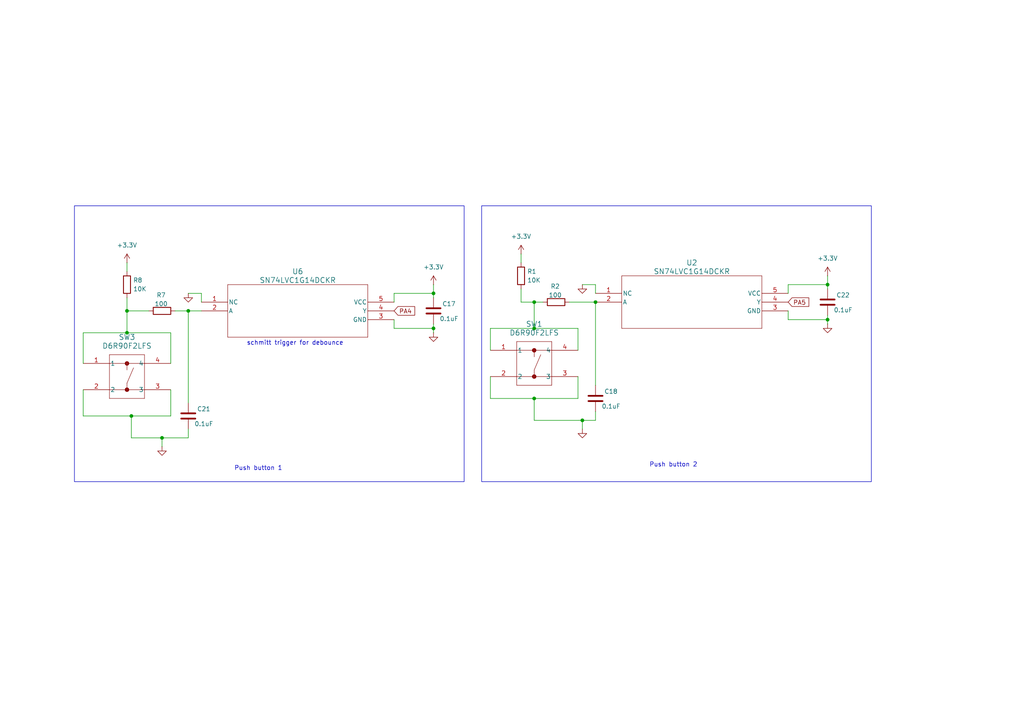
<source format=kicad_sch>
(kicad_sch
	(version 20231120)
	(generator "eeschema")
	(generator_version "8.0")
	(uuid "334d0923-d57d-458e-a703-051822d3c620")
	(paper "A4")
	(lib_symbols
		(symbol "D6R90 F2 LFS:D6R90F2LFS"
			(pin_names
				(offset 0.254)
			)
			(exclude_from_sim no)
			(in_bom yes)
			(on_board yes)
			(property "Reference" "SW"
				(at 13.335 7.62 0)
				(effects
					(font
						(size 1.524 1.524)
					)
				)
			)
			(property "Value" "D6R90F2LFS"
				(at 20.32 5.08 0)
				(effects
					(font
						(size 1.524 1.524)
					)
				)
			)
			(property "Footprint" "D6R90_CNK"
				(at 0 0 0)
				(effects
					(font
						(size 1.27 1.27)
						(italic yes)
					)
					(hide yes)
				)
			)
			(property "Datasheet" "D6R90F2LFS"
				(at 0 0 0)
				(effects
					(font
						(size 1.27 1.27)
						(italic yes)
					)
					(hide yes)
				)
			)
			(property "Description" ""
				(at 0 0 0)
				(effects
					(font
						(size 1.27 1.27)
					)
					(hide yes)
				)
			)
			(property "ki_locked" ""
				(at 0 0 0)
				(effects
					(font
						(size 1.27 1.27)
					)
				)
			)
			(property "ki_keywords" "D6R90F2LFS"
				(at 0 0 0)
				(effects
					(font
						(size 1.27 1.27)
					)
					(hide yes)
				)
			)
			(property "ki_fp_filters" "D6R90_CNK"
				(at 0 0 0)
				(effects
					(font
						(size 1.27 1.27)
					)
					(hide yes)
				)
			)
			(symbol "D6R90F2LFS_0_1"
				(polyline
					(pts
						(xy 7.62 -10.16) (xy 17.78 -10.16)
					)
					(stroke
						(width 0.127)
						(type default)
					)
					(fill
						(type none)
					)
				)
				(polyline
					(pts
						(xy 7.62 -7.62) (xy 17.78 -7.62)
					)
					(stroke
						(width 0.127)
						(type default)
					)
					(fill
						(type none)
					)
				)
				(polyline
					(pts
						(xy 7.62 0) (xy 17.78 0)
					)
					(stroke
						(width 0.127)
						(type default)
					)
					(fill
						(type none)
					)
				)
				(polyline
					(pts
						(xy 7.62 2.54) (xy 7.62 -10.16)
					)
					(stroke
						(width 0.127)
						(type default)
					)
					(fill
						(type none)
					)
				)
				(polyline
					(pts
						(xy 12.7 -7.62) (xy 12.7 -5.715)
					)
					(stroke
						(width 0.127)
						(type default)
					)
					(fill
						(type none)
					)
				)
				(polyline
					(pts
						(xy 12.7 -5.715) (xy 14.605 -1.27)
					)
					(stroke
						(width 0.127)
						(type default)
					)
					(fill
						(type none)
					)
				)
				(polyline
					(pts
						(xy 12.7 0) (xy 12.7 -1.905)
					)
					(stroke
						(width 0.127)
						(type default)
					)
					(fill
						(type none)
					)
				)
				(polyline
					(pts
						(xy 17.78 -10.16) (xy 17.78 2.54)
					)
					(stroke
						(width 0.127)
						(type default)
					)
					(fill
						(type none)
					)
				)
				(polyline
					(pts
						(xy 17.78 2.54) (xy 7.62 2.54)
					)
					(stroke
						(width 0.127)
						(type default)
					)
					(fill
						(type none)
					)
				)
				(circle
					(center 12.7 -7.62)
					(radius 0.127)
					(stroke
						(width 0.508)
						(type default)
					)
					(fill
						(type none)
					)
				)
				(circle
					(center 12.7 0)
					(radius 0.127)
					(stroke
						(width 0.508)
						(type default)
					)
					(fill
						(type none)
					)
				)
				(pin unspecified line
					(at 0 0 0)
					(length 7.62)
					(name "1"
						(effects
							(font
								(size 1.27 1.27)
							)
						)
					)
					(number "1"
						(effects
							(font
								(size 1.27 1.27)
							)
						)
					)
				)
				(pin unspecified line
					(at 0 -7.62 0)
					(length 7.62)
					(name "2"
						(effects
							(font
								(size 1.27 1.27)
							)
						)
					)
					(number "2"
						(effects
							(font
								(size 1.27 1.27)
							)
						)
					)
				)
				(pin unspecified line
					(at 25.4 -7.62 180)
					(length 7.62)
					(name "3"
						(effects
							(font
								(size 1.27 1.27)
							)
						)
					)
					(number "3"
						(effects
							(font
								(size 1.27 1.27)
							)
						)
					)
				)
				(pin unspecified line
					(at 25.4 0 180)
					(length 7.62)
					(name "4"
						(effects
							(font
								(size 1.27 1.27)
							)
						)
					)
					(number "4"
						(effects
							(font
								(size 1.27 1.27)
							)
						)
					)
				)
			)
		)
		(symbol "Device:C"
			(pin_numbers hide)
			(pin_names
				(offset 0.254)
			)
			(exclude_from_sim no)
			(in_bom yes)
			(on_board yes)
			(property "Reference" "C"
				(at 0.635 2.54 0)
				(effects
					(font
						(size 1.27 1.27)
					)
					(justify left)
				)
			)
			(property "Value" "C"
				(at 0.635 -2.54 0)
				(effects
					(font
						(size 1.27 1.27)
					)
					(justify left)
				)
			)
			(property "Footprint" ""
				(at 0.9652 -3.81 0)
				(effects
					(font
						(size 1.27 1.27)
					)
					(hide yes)
				)
			)
			(property "Datasheet" "~"
				(at 0 0 0)
				(effects
					(font
						(size 1.27 1.27)
					)
					(hide yes)
				)
			)
			(property "Description" "Unpolarized capacitor"
				(at 0 0 0)
				(effects
					(font
						(size 1.27 1.27)
					)
					(hide yes)
				)
			)
			(property "ki_keywords" "cap capacitor"
				(at 0 0 0)
				(effects
					(font
						(size 1.27 1.27)
					)
					(hide yes)
				)
			)
			(property "ki_fp_filters" "C_*"
				(at 0 0 0)
				(effects
					(font
						(size 1.27 1.27)
					)
					(hide yes)
				)
			)
			(symbol "C_0_1"
				(polyline
					(pts
						(xy -2.032 -0.762) (xy 2.032 -0.762)
					)
					(stroke
						(width 0.508)
						(type default)
					)
					(fill
						(type none)
					)
				)
				(polyline
					(pts
						(xy -2.032 0.762) (xy 2.032 0.762)
					)
					(stroke
						(width 0.508)
						(type default)
					)
					(fill
						(type none)
					)
				)
			)
			(symbol "C_1_1"
				(pin passive line
					(at 0 3.81 270)
					(length 2.794)
					(name "~"
						(effects
							(font
								(size 1.27 1.27)
							)
						)
					)
					(number "1"
						(effects
							(font
								(size 1.27 1.27)
							)
						)
					)
				)
				(pin passive line
					(at 0 -3.81 90)
					(length 2.794)
					(name "~"
						(effects
							(font
								(size 1.27 1.27)
							)
						)
					)
					(number "2"
						(effects
							(font
								(size 1.27 1.27)
							)
						)
					)
				)
			)
		)
		(symbol "Device:R"
			(pin_numbers hide)
			(pin_names
				(offset 0)
			)
			(exclude_from_sim no)
			(in_bom yes)
			(on_board yes)
			(property "Reference" "R"
				(at 2.032 0 90)
				(effects
					(font
						(size 1.27 1.27)
					)
				)
			)
			(property "Value" "R"
				(at 0 0 90)
				(effects
					(font
						(size 1.27 1.27)
					)
				)
			)
			(property "Footprint" ""
				(at -1.778 0 90)
				(effects
					(font
						(size 1.27 1.27)
					)
					(hide yes)
				)
			)
			(property "Datasheet" "~"
				(at 0 0 0)
				(effects
					(font
						(size 1.27 1.27)
					)
					(hide yes)
				)
			)
			(property "Description" "Resistor"
				(at 0 0 0)
				(effects
					(font
						(size 1.27 1.27)
					)
					(hide yes)
				)
			)
			(property "ki_keywords" "R res resistor"
				(at 0 0 0)
				(effects
					(font
						(size 1.27 1.27)
					)
					(hide yes)
				)
			)
			(property "ki_fp_filters" "R_*"
				(at 0 0 0)
				(effects
					(font
						(size 1.27 1.27)
					)
					(hide yes)
				)
			)
			(symbol "R_0_1"
				(rectangle
					(start -1.016 -2.54)
					(end 1.016 2.54)
					(stroke
						(width 0.254)
						(type default)
					)
					(fill
						(type none)
					)
				)
			)
			(symbol "R_1_1"
				(pin passive line
					(at 0 3.81 270)
					(length 1.27)
					(name "~"
						(effects
							(font
								(size 1.27 1.27)
							)
						)
					)
					(number "1"
						(effects
							(font
								(size 1.27 1.27)
							)
						)
					)
				)
				(pin passive line
					(at 0 -3.81 90)
					(length 1.27)
					(name "~"
						(effects
							(font
								(size 1.27 1.27)
							)
						)
					)
					(number "2"
						(effects
							(font
								(size 1.27 1.27)
							)
						)
					)
				)
			)
		)
		(symbol "SN74LVC1G14DCKR:SN74LVC1G14DCKR"
			(pin_names
				(offset 0.254)
			)
			(exclude_from_sim no)
			(in_bom yes)
			(on_board yes)
			(property "Reference" "U"
				(at 27.94 10.16 0)
				(effects
					(font
						(size 1.524 1.524)
					)
				)
			)
			(property "Value" "SN74LVC1G14DCKR"
				(at 27.94 7.62 0)
				(effects
					(font
						(size 1.524 1.524)
					)
				)
			)
			(property "Footprint" "DCK5"
				(at 0 0 0)
				(effects
					(font
						(size 1.27 1.27)
						(italic yes)
					)
					(hide yes)
				)
			)
			(property "Datasheet" "SN74LVC1G14DCKR"
				(at 0 0 0)
				(effects
					(font
						(size 1.27 1.27)
						(italic yes)
					)
					(hide yes)
				)
			)
			(property "Description" ""
				(at 0 0 0)
				(effects
					(font
						(size 1.27 1.27)
					)
					(hide yes)
				)
			)
			(property "ki_locked" ""
				(at 0 0 0)
				(effects
					(font
						(size 1.27 1.27)
					)
				)
			)
			(property "ki_keywords" "SN74LVC1G14DCKR"
				(at 0 0 0)
				(effects
					(font
						(size 1.27 1.27)
					)
					(hide yes)
				)
			)
			(property "ki_fp_filters" "DCK5 DCK5-M DCK5-L"
				(at 0 0 0)
				(effects
					(font
						(size 1.27 1.27)
					)
					(hide yes)
				)
			)
			(symbol "SN74LVC1G14DCKR_0_1"
				(polyline
					(pts
						(xy 7.62 -10.16) (xy 48.26 -10.16)
					)
					(stroke
						(width 0.127)
						(type default)
					)
					(fill
						(type none)
					)
				)
				(polyline
					(pts
						(xy 7.62 5.08) (xy 7.62 -10.16)
					)
					(stroke
						(width 0.127)
						(type default)
					)
					(fill
						(type none)
					)
				)
				(polyline
					(pts
						(xy 48.26 -10.16) (xy 48.26 5.08)
					)
					(stroke
						(width 0.127)
						(type default)
					)
					(fill
						(type none)
					)
				)
				(polyline
					(pts
						(xy 48.26 5.08) (xy 7.62 5.08)
					)
					(stroke
						(width 0.127)
						(type default)
					)
					(fill
						(type none)
					)
				)
				(pin unspecified line
					(at 0 0 0)
					(length 7.62)
					(name "NC"
						(effects
							(font
								(size 1.27 1.27)
							)
						)
					)
					(number "1"
						(effects
							(font
								(size 1.27 1.27)
							)
						)
					)
				)
				(pin input line
					(at 0 -2.54 0)
					(length 7.62)
					(name "A"
						(effects
							(font
								(size 1.27 1.27)
							)
						)
					)
					(number "2"
						(effects
							(font
								(size 1.27 1.27)
							)
						)
					)
				)
				(pin power_in line
					(at 55.88 -5.08 180)
					(length 7.62)
					(name "GND"
						(effects
							(font
								(size 1.27 1.27)
							)
						)
					)
					(number "3"
						(effects
							(font
								(size 1.27 1.27)
							)
						)
					)
				)
				(pin output line
					(at 55.88 -2.54 180)
					(length 7.62)
					(name "Y"
						(effects
							(font
								(size 1.27 1.27)
							)
						)
					)
					(number "4"
						(effects
							(font
								(size 1.27 1.27)
							)
						)
					)
				)
				(pin power_in line
					(at 55.88 0 180)
					(length 7.62)
					(name "VCC"
						(effects
							(font
								(size 1.27 1.27)
							)
						)
					)
					(number "5"
						(effects
							(font
								(size 1.27 1.27)
							)
						)
					)
				)
			)
		)
		(symbol "power:+3.3V"
			(power)
			(pin_numbers hide)
			(pin_names
				(offset 0) hide)
			(exclude_from_sim no)
			(in_bom yes)
			(on_board yes)
			(property "Reference" "#PWR"
				(at 0 -3.81 0)
				(effects
					(font
						(size 1.27 1.27)
					)
					(hide yes)
				)
			)
			(property "Value" "+3.3V"
				(at 0 3.556 0)
				(effects
					(font
						(size 1.27 1.27)
					)
				)
			)
			(property "Footprint" ""
				(at 0 0 0)
				(effects
					(font
						(size 1.27 1.27)
					)
					(hide yes)
				)
			)
			(property "Datasheet" ""
				(at 0 0 0)
				(effects
					(font
						(size 1.27 1.27)
					)
					(hide yes)
				)
			)
			(property "Description" "Power symbol creates a global label with name \"+3.3V\""
				(at 0 0 0)
				(effects
					(font
						(size 1.27 1.27)
					)
					(hide yes)
				)
			)
			(property "ki_keywords" "global power"
				(at 0 0 0)
				(effects
					(font
						(size 1.27 1.27)
					)
					(hide yes)
				)
			)
			(symbol "+3.3V_0_1"
				(polyline
					(pts
						(xy -0.762 1.27) (xy 0 2.54)
					)
					(stroke
						(width 0)
						(type default)
					)
					(fill
						(type none)
					)
				)
				(polyline
					(pts
						(xy 0 0) (xy 0 2.54)
					)
					(stroke
						(width 0)
						(type default)
					)
					(fill
						(type none)
					)
				)
				(polyline
					(pts
						(xy 0 2.54) (xy 0.762 1.27)
					)
					(stroke
						(width 0)
						(type default)
					)
					(fill
						(type none)
					)
				)
			)
			(symbol "+3.3V_1_1"
				(pin power_in line
					(at 0 0 90)
					(length 0)
					(name "~"
						(effects
							(font
								(size 1.27 1.27)
							)
						)
					)
					(number "1"
						(effects
							(font
								(size 1.27 1.27)
							)
						)
					)
				)
			)
		)
		(symbol "power:GND"
			(power)
			(pin_numbers hide)
			(pin_names
				(offset 0) hide)
			(exclude_from_sim no)
			(in_bom yes)
			(on_board yes)
			(property "Reference" "#PWR"
				(at 0 -6.35 0)
				(effects
					(font
						(size 1.27 1.27)
					)
					(hide yes)
				)
			)
			(property "Value" "GND"
				(at 0 -3.81 0)
				(effects
					(font
						(size 1.27 1.27)
					)
				)
			)
			(property "Footprint" ""
				(at 0 0 0)
				(effects
					(font
						(size 1.27 1.27)
					)
					(hide yes)
				)
			)
			(property "Datasheet" ""
				(at 0 0 0)
				(effects
					(font
						(size 1.27 1.27)
					)
					(hide yes)
				)
			)
			(property "Description" "Power symbol creates a global label with name \"GND\" , ground"
				(at 0 0 0)
				(effects
					(font
						(size 1.27 1.27)
					)
					(hide yes)
				)
			)
			(property "ki_keywords" "global power"
				(at 0 0 0)
				(effects
					(font
						(size 1.27 1.27)
					)
					(hide yes)
				)
			)
			(symbol "GND_0_1"
				(polyline
					(pts
						(xy 0 0) (xy 0 -1.27) (xy 1.27 -1.27) (xy 0 -2.54) (xy -1.27 -1.27) (xy 0 -1.27)
					)
					(stroke
						(width 0)
						(type default)
					)
					(fill
						(type none)
					)
				)
			)
			(symbol "GND_1_1"
				(pin power_in line
					(at 0 0 270)
					(length 0)
					(name "~"
						(effects
							(font
								(size 1.27 1.27)
							)
						)
					)
					(number "1"
						(effects
							(font
								(size 1.27 1.27)
							)
						)
					)
				)
			)
		)
	)
	(junction
		(at 154.94 115.57)
		(diameter 0)
		(color 0 0 0 0)
		(uuid "0693b19f-04ed-45b8-9bb4-75b2a3f49fad")
	)
	(junction
		(at 38.1 120.65)
		(diameter 0)
		(color 0 0 0 0)
		(uuid "21ff2cf6-20bd-4e81-8841-fc464b7cb540")
	)
	(junction
		(at 154.94 95.25)
		(diameter 0)
		(color 0 0 0 0)
		(uuid "22b27483-5017-452d-9f10-c317804ffe7f")
	)
	(junction
		(at 240.03 92.71)
		(diameter 0)
		(color 0 0 0 0)
		(uuid "43f8b1c3-3c2b-4866-b15f-0625025c73ca")
	)
	(junction
		(at 240.03 82.55)
		(diameter 0)
		(color 0 0 0 0)
		(uuid "5831656e-dcb6-4091-a934-2a9af9ebf1d7")
	)
	(junction
		(at 125.73 85.09)
		(diameter 0)
		(color 0 0 0 0)
		(uuid "5fe03ea7-8e8d-4af3-850f-26e263acabad")
	)
	(junction
		(at 172.72 87.63)
		(diameter 0)
		(color 0 0 0 0)
		(uuid "63a265ce-2e29-4162-8efb-e581c2f6b607")
	)
	(junction
		(at 36.83 96.52)
		(diameter 0)
		(color 0 0 0 0)
		(uuid "83997022-9f80-4516-b7f7-8745cbf93bf2")
	)
	(junction
		(at 46.99 127)
		(diameter 0)
		(color 0 0 0 0)
		(uuid "8ad99fe0-6067-4f2c-bb9c-5dcedcfb42e1")
	)
	(junction
		(at 168.91 121.92)
		(diameter 0)
		(color 0 0 0 0)
		(uuid "c464eb04-92b9-48e4-99a1-0ba004db801d")
	)
	(junction
		(at 125.73 95.25)
		(diameter 0)
		(color 0 0 0 0)
		(uuid "df6c7439-e99f-4c4a-901b-b3e3d6db90cb")
	)
	(junction
		(at 154.94 87.63)
		(diameter 0)
		(color 0 0 0 0)
		(uuid "dfc3e7ea-b95c-4d8d-926f-ba3a2084bd38")
	)
	(junction
		(at 36.83 90.17)
		(diameter 0)
		(color 0 0 0 0)
		(uuid "eabd5b20-8bb3-4d3e-a422-42fbb0d53e0c")
	)
	(junction
		(at 54.61 90.17)
		(diameter 0)
		(color 0 0 0 0)
		(uuid "ef829306-a47d-496b-b53a-f95148b01356")
	)
	(wire
		(pts
			(xy 36.83 96.52) (xy 49.53 96.52)
		)
		(stroke
			(width 0)
			(type default)
		)
		(uuid "0d49e958-5581-40cd-a83e-08ebc8235864")
	)
	(wire
		(pts
			(xy 125.73 93.98) (xy 125.73 95.25)
		)
		(stroke
			(width 0)
			(type default)
		)
		(uuid "10a61d92-520e-4553-9b7d-9625e3d11c11")
	)
	(wire
		(pts
			(xy 240.03 91.44) (xy 240.03 92.71)
		)
		(stroke
			(width 0)
			(type default)
		)
		(uuid "13040994-429d-4c34-88cb-5c266357da35")
	)
	(wire
		(pts
			(xy 125.73 85.09) (xy 125.73 82.55)
		)
		(stroke
			(width 0)
			(type default)
		)
		(uuid "17c6fcef-da8e-43b3-a514-4ff96d07815b")
	)
	(wire
		(pts
			(xy 24.13 96.52) (xy 36.83 96.52)
		)
		(stroke
			(width 0)
			(type default)
		)
		(uuid "2176572f-f5b4-4226-9544-b6ba196db2a6")
	)
	(wire
		(pts
			(xy 46.99 127) (xy 46.99 129.54)
		)
		(stroke
			(width 0)
			(type default)
		)
		(uuid "22b42dd3-778b-4781-b376-f5ea9fee93a4")
	)
	(wire
		(pts
			(xy 54.61 124.46) (xy 54.61 127)
		)
		(stroke
			(width 0)
			(type default)
		)
		(uuid "237ad60b-1ca4-464d-bdb5-2e8f619365d3")
	)
	(wire
		(pts
			(xy 167.64 95.25) (xy 154.94 95.25)
		)
		(stroke
			(width 0)
			(type default)
		)
		(uuid "287ea05f-d619-41a8-bf6b-80c5f798f753")
	)
	(wire
		(pts
			(xy 142.24 115.57) (xy 154.94 115.57)
		)
		(stroke
			(width 0)
			(type default)
		)
		(uuid "333af889-561c-42f4-bf12-42dbdb30fdb4")
	)
	(wire
		(pts
			(xy 172.72 87.63) (xy 172.72 111.76)
		)
		(stroke
			(width 0)
			(type default)
		)
		(uuid "42ecab97-dc9e-452b-ac6e-4dfa1e0c5270")
	)
	(wire
		(pts
			(xy 168.91 121.92) (xy 172.72 121.92)
		)
		(stroke
			(width 0)
			(type default)
		)
		(uuid "43e0d057-ed4d-4efc-b0d6-7cae56bdd2a5")
	)
	(wire
		(pts
			(xy 54.61 85.09) (xy 58.42 85.09)
		)
		(stroke
			(width 0)
			(type default)
		)
		(uuid "494943a5-f2dc-4771-b1f4-2098d77d8703")
	)
	(wire
		(pts
			(xy 36.83 90.17) (xy 36.83 96.52)
		)
		(stroke
			(width 0)
			(type default)
		)
		(uuid "553a24e5-6da1-4caf-a0e2-2791a346197e")
	)
	(wire
		(pts
			(xy 58.42 87.63) (xy 58.42 85.09)
		)
		(stroke
			(width 0)
			(type default)
		)
		(uuid "55f93911-f85e-48be-8459-c496026a244b")
	)
	(wire
		(pts
			(xy 154.94 115.57) (xy 154.94 121.92)
		)
		(stroke
			(width 0)
			(type default)
		)
		(uuid "5711a637-3611-4f78-994f-7c785e494e75")
	)
	(wire
		(pts
			(xy 36.83 90.17) (xy 43.18 90.17)
		)
		(stroke
			(width 0)
			(type default)
		)
		(uuid "59d11a7c-045d-46fe-83c6-3e22bd7e8a8d")
	)
	(wire
		(pts
			(xy 151.13 73.66) (xy 151.13 76.2)
		)
		(stroke
			(width 0)
			(type default)
		)
		(uuid "5dcfb888-8e61-4b27-b9c0-c395d49a0ec9")
	)
	(wire
		(pts
			(xy 168.91 82.55) (xy 172.72 82.55)
		)
		(stroke
			(width 0)
			(type default)
		)
		(uuid "629e07c4-aa71-4d09-ad7a-2cdf98ff6540")
	)
	(wire
		(pts
			(xy 38.1 120.65) (xy 49.53 120.65)
		)
		(stroke
			(width 0)
			(type default)
		)
		(uuid "62cd5b9f-27c7-4612-a939-f562dd210419")
	)
	(wire
		(pts
			(xy 151.13 83.82) (xy 151.13 87.63)
		)
		(stroke
			(width 0)
			(type default)
		)
		(uuid "64fbb571-46a1-45dd-ae64-1611ba4036e8")
	)
	(wire
		(pts
			(xy 168.91 121.92) (xy 168.91 124.46)
		)
		(stroke
			(width 0)
			(type default)
		)
		(uuid "65dfa74a-9151-4aca-af4a-c6c1ce2ee472")
	)
	(wire
		(pts
			(xy 154.94 87.63) (xy 154.94 95.25)
		)
		(stroke
			(width 0)
			(type default)
		)
		(uuid "6b354da5-f2e3-4afc-a17f-300e9feb94b8")
	)
	(wire
		(pts
			(xy 114.3 95.25) (xy 125.73 95.25)
		)
		(stroke
			(width 0)
			(type default)
		)
		(uuid "6ea2afb0-5a74-4e1b-9a4a-5500006819fc")
	)
	(wire
		(pts
			(xy 24.13 105.41) (xy 24.13 96.52)
		)
		(stroke
			(width 0)
			(type default)
		)
		(uuid "71d5e4bd-11a3-4789-a3c9-ef77dc5d76fb")
	)
	(wire
		(pts
			(xy 228.6 82.55) (xy 228.6 85.09)
		)
		(stroke
			(width 0)
			(type default)
		)
		(uuid "75e56b10-e25d-4303-809f-1f0d2bf20429")
	)
	(wire
		(pts
			(xy 114.3 92.71) (xy 114.3 95.25)
		)
		(stroke
			(width 0)
			(type default)
		)
		(uuid "7e948995-4388-40ad-acc4-a398e299fbab")
	)
	(wire
		(pts
			(xy 24.13 120.65) (xy 38.1 120.65)
		)
		(stroke
			(width 0)
			(type default)
		)
		(uuid "81bc1511-2303-4c36-b22a-48c2214382e8")
	)
	(wire
		(pts
			(xy 154.94 121.92) (xy 168.91 121.92)
		)
		(stroke
			(width 0)
			(type default)
		)
		(uuid "837941f9-8838-4756-a0f2-e3246f582cb2")
	)
	(wire
		(pts
			(xy 36.83 86.36) (xy 36.83 90.17)
		)
		(stroke
			(width 0)
			(type default)
		)
		(uuid "88b59a70-45f2-4e15-9e36-c69d578e9aa7")
	)
	(wire
		(pts
			(xy 38.1 127) (xy 46.99 127)
		)
		(stroke
			(width 0)
			(type default)
		)
		(uuid "89be21c5-4df5-44cb-9360-9ab0ecb1ebf9")
	)
	(wire
		(pts
			(xy 54.61 90.17) (xy 58.42 90.17)
		)
		(stroke
			(width 0)
			(type default)
		)
		(uuid "9b47ceb9-9c56-420a-82d8-f994a57b7b72")
	)
	(wire
		(pts
			(xy 36.83 76.2) (xy 36.83 78.74)
		)
		(stroke
			(width 0)
			(type default)
		)
		(uuid "a6af7c8b-dbb2-4dc4-a80e-2511e09ab2b2")
	)
	(wire
		(pts
			(xy 49.53 113.03) (xy 49.53 120.65)
		)
		(stroke
			(width 0)
			(type default)
		)
		(uuid "a6df0953-ae42-4a51-8856-f386f35d7f2a")
	)
	(wire
		(pts
			(xy 54.61 90.17) (xy 54.61 116.84)
		)
		(stroke
			(width 0)
			(type default)
		)
		(uuid "aa14a039-e3dd-4109-9e9c-aad7c1f3f70f")
	)
	(wire
		(pts
			(xy 228.6 92.71) (xy 240.03 92.71)
		)
		(stroke
			(width 0)
			(type default)
		)
		(uuid "ac971a49-1ebc-4da9-af7c-b96f85e9ceae")
	)
	(wire
		(pts
			(xy 240.03 92.71) (xy 240.03 93.98)
		)
		(stroke
			(width 0)
			(type default)
		)
		(uuid "ad9cc3db-78e6-4345-9d8b-06ab6dc26937")
	)
	(wire
		(pts
			(xy 125.73 86.36) (xy 125.73 85.09)
		)
		(stroke
			(width 0)
			(type default)
		)
		(uuid "b00ecd92-5710-4fb3-ae22-007de82567b5")
	)
	(wire
		(pts
			(xy 151.13 87.63) (xy 154.94 87.63)
		)
		(stroke
			(width 0)
			(type default)
		)
		(uuid "b876be72-154f-49ce-acdf-85686f17e558")
	)
	(wire
		(pts
			(xy 49.53 105.41) (xy 49.53 96.52)
		)
		(stroke
			(width 0)
			(type default)
		)
		(uuid "ba56e019-b96e-421a-b4f3-691ba61bdf72")
	)
	(wire
		(pts
			(xy 114.3 85.09) (xy 114.3 87.63)
		)
		(stroke
			(width 0)
			(type default)
		)
		(uuid "bd2fc516-1248-4614-8e29-01e09aee65cf")
	)
	(wire
		(pts
			(xy 142.24 95.25) (xy 154.94 95.25)
		)
		(stroke
			(width 0)
			(type default)
		)
		(uuid "c064e2de-e7f5-4564-bbdb-03a8fd5db9ab")
	)
	(wire
		(pts
			(xy 240.03 83.82) (xy 240.03 82.55)
		)
		(stroke
			(width 0)
			(type default)
		)
		(uuid "c0840259-3624-4319-8d1c-5186a19e3d19")
	)
	(wire
		(pts
			(xy 46.99 127) (xy 54.61 127)
		)
		(stroke
			(width 0)
			(type default)
		)
		(uuid "c5129dc7-f6d9-469e-a085-abe9ede90bb1")
	)
	(wire
		(pts
			(xy 114.3 85.09) (xy 125.73 85.09)
		)
		(stroke
			(width 0)
			(type default)
		)
		(uuid "c70c1a61-322f-4518-a52c-28c91e9c87b7")
	)
	(wire
		(pts
			(xy 172.72 119.38) (xy 172.72 121.92)
		)
		(stroke
			(width 0)
			(type default)
		)
		(uuid "ca724dc5-2d28-4a51-9c4f-2443b637e74d")
	)
	(wire
		(pts
			(xy 125.73 95.25) (xy 125.73 96.52)
		)
		(stroke
			(width 0)
			(type default)
		)
		(uuid "cfe59d14-56cd-4e2d-b1af-88002cf06848")
	)
	(wire
		(pts
			(xy 167.64 109.22) (xy 167.64 115.57)
		)
		(stroke
			(width 0)
			(type default)
		)
		(uuid "d8e691e2-f73b-4f89-9959-44afa483844d")
	)
	(wire
		(pts
			(xy 167.64 115.57) (xy 154.94 115.57)
		)
		(stroke
			(width 0)
			(type default)
		)
		(uuid "dd30e9b6-92b8-422b-9aac-c016a8e3f5fc")
	)
	(wire
		(pts
			(xy 228.6 82.55) (xy 240.03 82.55)
		)
		(stroke
			(width 0)
			(type default)
		)
		(uuid "dd549534-bc2b-449a-8cc9-bb02fc80c696")
	)
	(wire
		(pts
			(xy 228.6 90.17) (xy 228.6 92.71)
		)
		(stroke
			(width 0)
			(type default)
		)
		(uuid "e4cf892b-a90a-4076-b7ab-5f484f4d1403")
	)
	(wire
		(pts
			(xy 24.13 113.03) (xy 24.13 120.65)
		)
		(stroke
			(width 0)
			(type default)
		)
		(uuid "eb0f5db7-b20b-4ddb-a48f-69ebd4356f67")
	)
	(wire
		(pts
			(xy 172.72 85.09) (xy 172.72 82.55)
		)
		(stroke
			(width 0)
			(type default)
		)
		(uuid "edff9f02-0257-446b-8129-4078ab764fab")
	)
	(wire
		(pts
			(xy 154.94 87.63) (xy 157.48 87.63)
		)
		(stroke
			(width 0)
			(type default)
		)
		(uuid "eecc4b98-e9ff-46b5-91d0-60d1fd56213f")
	)
	(wire
		(pts
			(xy 142.24 109.22) (xy 142.24 115.57)
		)
		(stroke
			(width 0)
			(type default)
		)
		(uuid "f0697926-ab8f-41a7-8763-df56eed6b186")
	)
	(wire
		(pts
			(xy 50.8 90.17) (xy 54.61 90.17)
		)
		(stroke
			(width 0)
			(type default)
		)
		(uuid "f1bd7c8e-f10e-48ad-9d2c-6af329450254")
	)
	(wire
		(pts
			(xy 142.24 101.6) (xy 142.24 95.25)
		)
		(stroke
			(width 0)
			(type default)
		)
		(uuid "f2feefae-961d-40c8-a956-3ce0925cd2ff")
	)
	(wire
		(pts
			(xy 167.64 101.6) (xy 167.64 95.25)
		)
		(stroke
			(width 0)
			(type default)
		)
		(uuid "f83bbfe4-35aa-4185-9519-a55cec23408f")
	)
	(wire
		(pts
			(xy 38.1 120.65) (xy 38.1 127)
		)
		(stroke
			(width 0)
			(type default)
		)
		(uuid "f93c56b9-408f-46d6-9939-cd7e98a91724")
	)
	(wire
		(pts
			(xy 165.1 87.63) (xy 172.72 87.63)
		)
		(stroke
			(width 0)
			(type default)
		)
		(uuid "fb301210-987f-47f3-b33f-f089c03814a8")
	)
	(wire
		(pts
			(xy 240.03 82.55) (xy 240.03 80.01)
		)
		(stroke
			(width 0)
			(type default)
		)
		(uuid "fd3f5ae0-778d-4dcb-8505-24f502a7e55e")
	)
	(rectangle
		(start 139.7 59.69)
		(end 252.73 139.7)
		(stroke
			(width 0)
			(type default)
		)
		(fill
			(type none)
		)
		(uuid b99abc53-ccba-4283-a861-f7dd33e960c6)
	)
	(rectangle
		(start 21.59 59.69)
		(end 134.62 139.7)
		(stroke
			(width 0)
			(type default)
		)
		(fill
			(type none)
		)
		(uuid bb6d2173-e2e8-45b1-87df-d829773ef95e)
	)
	(text "Push button 2\n"
		(exclude_from_sim no)
		(at 195.326 134.874 0)
		(effects
			(font
				(size 1.27 1.27)
			)
		)
		(uuid "e90e52c9-7d64-4989-8052-55ac5477b079")
	)
	(text "schmitt trigger for debounce\n"
		(exclude_from_sim no)
		(at 85.598 99.568 0)
		(effects
			(font
				(size 1.27 1.27)
			)
		)
		(uuid "f190a7ae-da6a-40de-969d-310c5e6141c3")
	)
	(text "Push button 1\n"
		(exclude_from_sim no)
		(at 74.93 135.89 0)
		(effects
			(font
				(size 1.27 1.27)
			)
		)
		(uuid "f37f4800-bb06-4756-a6bb-9315d31e010e")
	)
	(global_label "PA5"
		(shape input)
		(at 228.6 87.63 0)
		(fields_autoplaced yes)
		(effects
			(font
				(size 1.27 1.27)
			)
			(justify left)
		)
		(uuid "1e801638-cd36-477a-b374-a746df1c7b43")
		(property "Intersheetrefs" "${INTERSHEET_REFS}"
			(at 235.1533 87.63 0)
			(effects
				(font
					(size 1.27 1.27)
				)
				(justify left)
				(hide yes)
			)
		)
	)
	(global_label "PA4"
		(shape input)
		(at 114.3 90.17 0)
		(fields_autoplaced yes)
		(effects
			(font
				(size 1.27 1.27)
			)
			(justify left)
		)
		(uuid "bfce190b-1d7b-4234-93e0-55574272ff20")
		(property "Intersheetrefs" "${INTERSHEET_REFS}"
			(at 120.8533 90.17 0)
			(effects
				(font
					(size 1.27 1.27)
				)
				(justify left)
				(hide yes)
			)
		)
	)
	(symbol
		(lib_id "D6R90 F2 LFS:D6R90F2LFS")
		(at 24.13 105.41 0)
		(unit 1)
		(exclude_from_sim no)
		(in_bom yes)
		(on_board yes)
		(dnp no)
		(fields_autoplaced yes)
		(uuid "082a6751-af1f-48b2-9f1a-fb9b1c747ff5")
		(property "Reference" "SW3"
			(at 36.83 97.79 0)
			(effects
				(font
					(size 1.524 1.524)
				)
			)
		)
		(property "Value" "D6R90F2LFS"
			(at 36.83 100.33 0)
			(effects
				(font
					(size 1.524 1.524)
				)
			)
		)
		(property "Footprint" "pushbutton:D6R90_CNK"
			(at 24.13 105.41 0)
			(effects
				(font
					(size 1.27 1.27)
					(italic yes)
				)
				(hide yes)
			)
		)
		(property "Datasheet" "D6R90F2LFS"
			(at 24.13 105.41 0)
			(effects
				(font
					(size 1.27 1.27)
					(italic yes)
				)
				(hide yes)
			)
		)
		(property "Description" ""
			(at 24.13 105.41 0)
			(effects
				(font
					(size 1.27 1.27)
				)
				(hide yes)
			)
		)
		(pin "1"
			(uuid "c8ea8ea9-379b-4dc5-ac18-3aa5ae076f28")
		)
		(pin "2"
			(uuid "6a6f44aa-7724-450f-87cf-343acd150767")
		)
		(pin "4"
			(uuid "2208aaa1-820d-426c-9d63-35dc9b8008cb")
		)
		(pin "3"
			(uuid "63e90655-1f43-4ced-9384-01eb01f67816")
		)
		(instances
			(project "pcb_forfirstproject"
				(path "/6122fd22-0be2-4161-a7c4-9ec731571e75/a005c5ba-6297-479d-a7c0-1d462932fb3c"
					(reference "SW3")
					(unit 1)
				)
			)
		)
	)
	(symbol
		(lib_id "SN74LVC1G14DCKR:SN74LVC1G14DCKR")
		(at 172.72 85.09 0)
		(unit 1)
		(exclude_from_sim no)
		(in_bom yes)
		(on_board yes)
		(dnp no)
		(fields_autoplaced yes)
		(uuid "23f1e202-1d73-42ae-a997-33ad05d7f2a7")
		(property "Reference" "U2"
			(at 200.66 76.2 0)
			(effects
				(font
					(size 1.524 1.524)
				)
			)
		)
		(property "Value" "SN74LVC1G14DCKR"
			(at 200.66 78.74 0)
			(effects
				(font
					(size 1.524 1.524)
				)
			)
		)
		(property "Footprint" "schmitt:DCK5"
			(at 172.72 85.09 0)
			(effects
				(font
					(size 1.27 1.27)
					(italic yes)
				)
				(hide yes)
			)
		)
		(property "Datasheet" "SN74LVC1G14DCKR"
			(at 172.72 85.09 0)
			(effects
				(font
					(size 1.27 1.27)
					(italic yes)
				)
				(hide yes)
			)
		)
		(property "Description" ""
			(at 172.72 85.09 0)
			(effects
				(font
					(size 1.27 1.27)
				)
				(hide yes)
			)
		)
		(pin "3"
			(uuid "361b9e49-fe85-476d-9dbf-5cf5235e747a")
		)
		(pin "1"
			(uuid "0bd86eed-5732-4fff-8256-c60c39d919d0")
		)
		(pin "4"
			(uuid "08436d31-2095-4ea9-bd08-ce5d4d30ba14")
		)
		(pin "5"
			(uuid "ecd9c073-ed46-40d1-afcb-c8ca7ec9d00b")
		)
		(pin "2"
			(uuid "a2b8c7a5-7569-46ac-bcd6-256520156cb8")
		)
		(instances
			(project "pcb_forfirstproject"
				(path "/6122fd22-0be2-4161-a7c4-9ec731571e75/a005c5ba-6297-479d-a7c0-1d462932fb3c"
					(reference "U2")
					(unit 1)
				)
			)
		)
	)
	(symbol
		(lib_id "Device:C")
		(at 125.73 90.17 0)
		(unit 1)
		(exclude_from_sim no)
		(in_bom yes)
		(on_board yes)
		(dnp no)
		(uuid "32870b2c-a8ef-4ab3-99fb-2d0146a87e2f")
		(property "Reference" "C17"
			(at 128.27 88.138 0)
			(effects
				(font
					(size 1.27 1.27)
				)
				(justify left)
			)
		)
		(property "Value" "0.1uF"
			(at 127.508 92.456 0)
			(effects
				(font
					(size 1.27 1.27)
				)
				(justify left)
			)
		)
		(property "Footprint" "Capacitor_SMD:C_1210_3225Metric_Pad1.33x2.70mm_HandSolder"
			(at 126.6952 93.98 0)
			(effects
				(font
					(size 1.27 1.27)
				)
				(hide yes)
			)
		)
		(property "Datasheet" "~"
			(at 125.73 90.17 0)
			(effects
				(font
					(size 1.27 1.27)
				)
				(hide yes)
			)
		)
		(property "Description" "Unpolarized capacitor"
			(at 125.73 90.17 0)
			(effects
				(font
					(size 1.27 1.27)
				)
				(hide yes)
			)
		)
		(pin "2"
			(uuid "bb0f5839-5311-4f35-b71f-808eb7835649")
		)
		(pin "1"
			(uuid "77e6545b-49ef-4dac-805b-c356486495ee")
		)
		(instances
			(project "pcb_forfirstproject"
				(path "/6122fd22-0be2-4161-a7c4-9ec731571e75/a005c5ba-6297-479d-a7c0-1d462932fb3c"
					(reference "C17")
					(unit 1)
				)
			)
		)
	)
	(symbol
		(lib_id "power:GND")
		(at 54.61 85.09 0)
		(unit 1)
		(exclude_from_sim no)
		(in_bom yes)
		(on_board yes)
		(dnp no)
		(fields_autoplaced yes)
		(uuid "40b9cfac-ba2b-441c-aa3c-9d03df54c1a2")
		(property "Reference" "#PWR027"
			(at 54.61 91.44 0)
			(effects
				(font
					(size 1.27 1.27)
				)
				(hide yes)
			)
		)
		(property "Value" "GND"
			(at 54.61 90.17 0)
			(effects
				(font
					(size 1.27 1.27)
				)
				(hide yes)
			)
		)
		(property "Footprint" ""
			(at 54.61 85.09 0)
			(effects
				(font
					(size 1.27 1.27)
				)
				(hide yes)
			)
		)
		(property "Datasheet" ""
			(at 54.61 85.09 0)
			(effects
				(font
					(size 1.27 1.27)
				)
				(hide yes)
			)
		)
		(property "Description" "Power symbol creates a global label with name \"GND\" , ground"
			(at 54.61 85.09 0)
			(effects
				(font
					(size 1.27 1.27)
				)
				(hide yes)
			)
		)
		(pin "1"
			(uuid "089fb542-c2a5-4fa1-9da3-f6ce032a8c61")
		)
		(instances
			(project "pcb_forfirstproject"
				(path "/6122fd22-0be2-4161-a7c4-9ec731571e75/a005c5ba-6297-479d-a7c0-1d462932fb3c"
					(reference "#PWR027")
					(unit 1)
				)
			)
		)
	)
	(symbol
		(lib_id "power:GND")
		(at 168.91 82.55 0)
		(unit 1)
		(exclude_from_sim no)
		(in_bom yes)
		(on_board yes)
		(dnp no)
		(fields_autoplaced yes)
		(uuid "4df7c471-3016-435a-9e4d-8cd9e52d4766")
		(property "Reference" "#PWR037"
			(at 168.91 88.9 0)
			(effects
				(font
					(size 1.27 1.27)
				)
				(hide yes)
			)
		)
		(property "Value" "GND"
			(at 168.91 87.63 0)
			(effects
				(font
					(size 1.27 1.27)
				)
				(hide yes)
			)
		)
		(property "Footprint" ""
			(at 168.91 82.55 0)
			(effects
				(font
					(size 1.27 1.27)
				)
				(hide yes)
			)
		)
		(property "Datasheet" ""
			(at 168.91 82.55 0)
			(effects
				(font
					(size 1.27 1.27)
				)
				(hide yes)
			)
		)
		(property "Description" "Power symbol creates a global label with name \"GND\" , ground"
			(at 168.91 82.55 0)
			(effects
				(font
					(size 1.27 1.27)
				)
				(hide yes)
			)
		)
		(pin "1"
			(uuid "522d4608-3087-4b4e-be7d-6e54caa550c1")
		)
		(instances
			(project "pcb_forfirstproject"
				(path "/6122fd22-0be2-4161-a7c4-9ec731571e75/a005c5ba-6297-479d-a7c0-1d462932fb3c"
					(reference "#PWR037")
					(unit 1)
				)
			)
		)
	)
	(symbol
		(lib_id "Device:C")
		(at 240.03 87.63 0)
		(unit 1)
		(exclude_from_sim no)
		(in_bom yes)
		(on_board yes)
		(dnp no)
		(uuid "828e8b3f-31aa-47b9-b7e3-be25857b8b91")
		(property "Reference" "C22"
			(at 242.57 85.598 0)
			(effects
				(font
					(size 1.27 1.27)
				)
				(justify left)
			)
		)
		(property "Value" "0.1uF"
			(at 241.808 89.916 0)
			(effects
				(font
					(size 1.27 1.27)
				)
				(justify left)
			)
		)
		(property "Footprint" "Capacitor_SMD:C_1210_3225Metric_Pad1.33x2.70mm_HandSolder"
			(at 240.9952 91.44 0)
			(effects
				(font
					(size 1.27 1.27)
				)
				(hide yes)
			)
		)
		(property "Datasheet" "~"
			(at 240.03 87.63 0)
			(effects
				(font
					(size 1.27 1.27)
				)
				(hide yes)
			)
		)
		(property "Description" "Unpolarized capacitor"
			(at 240.03 87.63 0)
			(effects
				(font
					(size 1.27 1.27)
				)
				(hide yes)
			)
		)
		(pin "2"
			(uuid "4086578c-bc68-4452-8a31-352aacb77609")
		)
		(pin "1"
			(uuid "ad1cdc66-e7f5-4e49-bd00-daee25798ff4")
		)
		(instances
			(project "pcb_forfirstproject"
				(path "/6122fd22-0be2-4161-a7c4-9ec731571e75/a005c5ba-6297-479d-a7c0-1d462932fb3c"
					(reference "C22")
					(unit 1)
				)
			)
		)
	)
	(symbol
		(lib_id "Device:C")
		(at 54.61 120.65 0)
		(unit 1)
		(exclude_from_sim no)
		(in_bom yes)
		(on_board yes)
		(dnp no)
		(uuid "89bc2304-12a7-4ef2-abe1-16a12f0fd001")
		(property "Reference" "C21"
			(at 57.15 118.618 0)
			(effects
				(font
					(size 1.27 1.27)
				)
				(justify left)
			)
		)
		(property "Value" "0.1uF"
			(at 56.388 122.936 0)
			(effects
				(font
					(size 1.27 1.27)
				)
				(justify left)
			)
		)
		(property "Footprint" "Capacitor_SMD:C_1210_3225Metric_Pad1.33x2.70mm_HandSolder"
			(at 55.5752 124.46 0)
			(effects
				(font
					(size 1.27 1.27)
				)
				(hide yes)
			)
		)
		(property "Datasheet" "~"
			(at 54.61 120.65 0)
			(effects
				(font
					(size 1.27 1.27)
				)
				(hide yes)
			)
		)
		(property "Description" "Unpolarized capacitor"
			(at 54.61 120.65 0)
			(effects
				(font
					(size 1.27 1.27)
				)
				(hide yes)
			)
		)
		(pin "2"
			(uuid "0dffaa6b-c3c2-4b2d-a88d-19fd81735c93")
		)
		(pin "1"
			(uuid "afe9cb40-8fe9-47b7-9e55-284cca291cd3")
		)
		(instances
			(project "pcb_forfirstproject"
				(path "/6122fd22-0be2-4161-a7c4-9ec731571e75/a005c5ba-6297-479d-a7c0-1d462932fb3c"
					(reference "C21")
					(unit 1)
				)
			)
		)
	)
	(symbol
		(lib_id "Device:R")
		(at 161.29 87.63 90)
		(unit 1)
		(exclude_from_sim no)
		(in_bom yes)
		(on_board yes)
		(dnp no)
		(uuid "8a5ef356-77f8-4cc5-ace7-0f4302696a97")
		(property "Reference" "R2"
			(at 161.036 83.058 90)
			(effects
				(font
					(size 1.27 1.27)
				)
			)
		)
		(property "Value" "100"
			(at 161.036 85.598 90)
			(effects
				(font
					(size 1.27 1.27)
				)
			)
		)
		(property "Footprint" "Resistor_SMD:R_1210_3225Metric_Pad1.30x2.65mm_HandSolder"
			(at 161.29 89.408 90)
			(effects
				(font
					(size 1.27 1.27)
				)
				(hide yes)
			)
		)
		(property "Datasheet" "~"
			(at 161.29 87.63 0)
			(effects
				(font
					(size 1.27 1.27)
				)
				(hide yes)
			)
		)
		(property "Description" "Resistor"
			(at 161.29 87.63 0)
			(effects
				(font
					(size 1.27 1.27)
				)
				(hide yes)
			)
		)
		(pin "1"
			(uuid "4c5e2b5b-de2c-4bdb-9b40-24b26aa9cb9a")
		)
		(pin "2"
			(uuid "9580c58a-3f0c-43b7-8361-687e7898f743")
		)
		(instances
			(project "pcb_forfirstproject"
				(path "/6122fd22-0be2-4161-a7c4-9ec731571e75/a005c5ba-6297-479d-a7c0-1d462932fb3c"
					(reference "R2")
					(unit 1)
				)
			)
		)
	)
	(symbol
		(lib_id "D6R90 F2 LFS:D6R90F2LFS")
		(at 142.24 101.6 0)
		(unit 1)
		(exclude_from_sim no)
		(in_bom yes)
		(on_board yes)
		(dnp no)
		(fields_autoplaced yes)
		(uuid "92112ec5-287d-4a76-b256-fd0e577573c0")
		(property "Reference" "SW1"
			(at 154.94 93.98 0)
			(effects
				(font
					(size 1.524 1.524)
				)
			)
		)
		(property "Value" "D6R90F2LFS"
			(at 154.94 96.52 0)
			(effects
				(font
					(size 1.524 1.524)
				)
			)
		)
		(property "Footprint" "pushbutton:D6R90_CNK"
			(at 142.24 101.6 0)
			(effects
				(font
					(size 1.27 1.27)
					(italic yes)
				)
				(hide yes)
			)
		)
		(property "Datasheet" "D6R90F2LFS"
			(at 142.24 101.6 0)
			(effects
				(font
					(size 1.27 1.27)
					(italic yes)
				)
				(hide yes)
			)
		)
		(property "Description" ""
			(at 142.24 101.6 0)
			(effects
				(font
					(size 1.27 1.27)
				)
				(hide yes)
			)
		)
		(pin "1"
			(uuid "ac08241b-a177-472f-8b00-3ddbae7a9620")
		)
		(pin "2"
			(uuid "71e30be4-485e-4e50-81cb-e75b6c8fa02d")
		)
		(pin "4"
			(uuid "95508aaf-2584-4e96-a873-139a0d2cbb29")
		)
		(pin "3"
			(uuid "035e8f76-f3a0-4aa7-a2de-604e42d01101")
		)
		(instances
			(project "pcb_forfirstproject"
				(path "/6122fd22-0be2-4161-a7c4-9ec731571e75/a005c5ba-6297-479d-a7c0-1d462932fb3c"
					(reference "SW1")
					(unit 1)
				)
			)
		)
	)
	(symbol
		(lib_id "power:GND")
		(at 240.03 93.98 0)
		(unit 1)
		(exclude_from_sim no)
		(in_bom yes)
		(on_board yes)
		(dnp no)
		(fields_autoplaced yes)
		(uuid "959e8973-b87c-48d4-9d6e-4634381e0845")
		(property "Reference" "#PWR040"
			(at 240.03 100.33 0)
			(effects
				(font
					(size 1.27 1.27)
				)
				(hide yes)
			)
		)
		(property "Value" "GND"
			(at 240.03 99.06 0)
			(effects
				(font
					(size 1.27 1.27)
				)
				(hide yes)
			)
		)
		(property "Footprint" ""
			(at 240.03 93.98 0)
			(effects
				(font
					(size 1.27 1.27)
				)
				(hide yes)
			)
		)
		(property "Datasheet" ""
			(at 240.03 93.98 0)
			(effects
				(font
					(size 1.27 1.27)
				)
				(hide yes)
			)
		)
		(property "Description" "Power symbol creates a global label with name \"GND\" , ground"
			(at 240.03 93.98 0)
			(effects
				(font
					(size 1.27 1.27)
				)
				(hide yes)
			)
		)
		(pin "1"
			(uuid "b9a961c5-70f9-40e3-8c17-6fc5f72762ef")
		)
		(instances
			(project "pcb_forfirstproject"
				(path "/6122fd22-0be2-4161-a7c4-9ec731571e75/a005c5ba-6297-479d-a7c0-1d462932fb3c"
					(reference "#PWR040")
					(unit 1)
				)
			)
		)
	)
	(symbol
		(lib_id "power:+3.3V")
		(at 36.83 76.2 0)
		(unit 1)
		(exclude_from_sim no)
		(in_bom yes)
		(on_board yes)
		(dnp no)
		(uuid "96f4cdcb-560b-427f-bd2f-5f601a68f041")
		(property "Reference" "#PWR031"
			(at 36.83 80.01 0)
			(effects
				(font
					(size 1.27 1.27)
				)
				(hide yes)
			)
		)
		(property "Value" "+3.3V"
			(at 36.83 71.12 0)
			(effects
				(font
					(size 1.27 1.27)
				)
			)
		)
		(property "Footprint" ""
			(at 36.83 76.2 0)
			(effects
				(font
					(size 1.27 1.27)
				)
				(hide yes)
			)
		)
		(property "Datasheet" ""
			(at 36.83 76.2 0)
			(effects
				(font
					(size 1.27 1.27)
				)
				(hide yes)
			)
		)
		(property "Description" "Power symbol creates a global label with name \"+3.3V\""
			(at 36.83 76.2 0)
			(effects
				(font
					(size 1.27 1.27)
				)
				(hide yes)
			)
		)
		(pin "1"
			(uuid "799453ee-cc15-45c9-ae72-5420d698efd8")
		)
		(instances
			(project "pcb_forfirstproject"
				(path "/6122fd22-0be2-4161-a7c4-9ec731571e75/a005c5ba-6297-479d-a7c0-1d462932fb3c"
					(reference "#PWR031")
					(unit 1)
				)
			)
		)
	)
	(symbol
		(lib_id "power:GND")
		(at 168.91 124.46 0)
		(unit 1)
		(exclude_from_sim no)
		(in_bom yes)
		(on_board yes)
		(dnp no)
		(fields_autoplaced yes)
		(uuid "a1a4b484-81e1-42d6-b463-abb281a8870e")
		(property "Reference" "#PWR036"
			(at 168.91 130.81 0)
			(effects
				(font
					(size 1.27 1.27)
				)
				(hide yes)
			)
		)
		(property "Value" "GND"
			(at 168.91 129.54 0)
			(effects
				(font
					(size 1.27 1.27)
				)
				(hide yes)
			)
		)
		(property "Footprint" ""
			(at 168.91 124.46 0)
			(effects
				(font
					(size 1.27 1.27)
				)
				(hide yes)
			)
		)
		(property "Datasheet" ""
			(at 168.91 124.46 0)
			(effects
				(font
					(size 1.27 1.27)
				)
				(hide yes)
			)
		)
		(property "Description" "Power symbol creates a global label with name \"GND\" , ground"
			(at 168.91 124.46 0)
			(effects
				(font
					(size 1.27 1.27)
				)
				(hide yes)
			)
		)
		(pin "1"
			(uuid "d06a8561-d0a1-4a1e-85a6-dfdbab739085")
		)
		(instances
			(project "pcb_forfirstproject"
				(path "/6122fd22-0be2-4161-a7c4-9ec731571e75/a005c5ba-6297-479d-a7c0-1d462932fb3c"
					(reference "#PWR036")
					(unit 1)
				)
			)
		)
	)
	(symbol
		(lib_id "power:GND")
		(at 125.73 96.52 0)
		(unit 1)
		(exclude_from_sim no)
		(in_bom yes)
		(on_board yes)
		(dnp no)
		(fields_autoplaced yes)
		(uuid "a5169b44-9c21-4321-91d0-89268f73423d")
		(property "Reference" "#PWR025"
			(at 125.73 102.87 0)
			(effects
				(font
					(size 1.27 1.27)
				)
				(hide yes)
			)
		)
		(property "Value" "GND"
			(at 125.73 101.6 0)
			(effects
				(font
					(size 1.27 1.27)
				)
				(hide yes)
			)
		)
		(property "Footprint" ""
			(at 125.73 96.52 0)
			(effects
				(font
					(size 1.27 1.27)
				)
				(hide yes)
			)
		)
		(property "Datasheet" ""
			(at 125.73 96.52 0)
			(effects
				(font
					(size 1.27 1.27)
				)
				(hide yes)
			)
		)
		(property "Description" "Power symbol creates a global label with name \"GND\" , ground"
			(at 125.73 96.52 0)
			(effects
				(font
					(size 1.27 1.27)
				)
				(hide yes)
			)
		)
		(pin "1"
			(uuid "6b95456a-551b-4807-b351-2f64581d2436")
		)
		(instances
			(project "pcb_forfirstproject"
				(path "/6122fd22-0be2-4161-a7c4-9ec731571e75/a005c5ba-6297-479d-a7c0-1d462932fb3c"
					(reference "#PWR025")
					(unit 1)
				)
			)
		)
	)
	(symbol
		(lib_id "Device:R")
		(at 36.83 82.55 0)
		(unit 1)
		(exclude_from_sim no)
		(in_bom yes)
		(on_board yes)
		(dnp no)
		(uuid "ab8ffcac-5c4f-4646-a816-0e6119785769")
		(property "Reference" "R8"
			(at 38.608 81.28 0)
			(effects
				(font
					(size 1.27 1.27)
				)
				(justify left)
			)
		)
		(property "Value" "10K"
			(at 38.608 83.82 0)
			(effects
				(font
					(size 1.27 1.27)
				)
				(justify left)
			)
		)
		(property "Footprint" "Resistor_SMD:R_1210_3225Metric_Pad1.30x2.65mm_HandSolder"
			(at 35.052 82.55 90)
			(effects
				(font
					(size 1.27 1.27)
				)
				(hide yes)
			)
		)
		(property "Datasheet" "~"
			(at 36.83 82.55 0)
			(effects
				(font
					(size 1.27 1.27)
				)
				(hide yes)
			)
		)
		(property "Description" "Resistor"
			(at 36.83 82.55 0)
			(effects
				(font
					(size 1.27 1.27)
				)
				(hide yes)
			)
		)
		(pin "1"
			(uuid "1b2888dd-65a5-4a3b-9bae-3939354ac090")
		)
		(pin "2"
			(uuid "8f2f5659-7f50-4e54-bc98-245995ef7dfc")
		)
		(instances
			(project "pcb_forfirstproject"
				(path "/6122fd22-0be2-4161-a7c4-9ec731571e75/a005c5ba-6297-479d-a7c0-1d462932fb3c"
					(reference "R8")
					(unit 1)
				)
			)
		)
	)
	(symbol
		(lib_id "power:+3.3V")
		(at 125.73 82.55 0)
		(unit 1)
		(exclude_from_sim no)
		(in_bom yes)
		(on_board yes)
		(dnp no)
		(uuid "b23385a0-370e-44d3-8680-61b9d712c53e")
		(property "Reference" "#PWR026"
			(at 125.73 86.36 0)
			(effects
				(font
					(size 1.27 1.27)
				)
				(hide yes)
			)
		)
		(property "Value" "+3.3V"
			(at 125.73 77.47 0)
			(effects
				(font
					(size 1.27 1.27)
				)
			)
		)
		(property "Footprint" ""
			(at 125.73 82.55 0)
			(effects
				(font
					(size 1.27 1.27)
				)
				(hide yes)
			)
		)
		(property "Datasheet" ""
			(at 125.73 82.55 0)
			(effects
				(font
					(size 1.27 1.27)
				)
				(hide yes)
			)
		)
		(property "Description" "Power symbol creates a global label with name \"+3.3V\""
			(at 125.73 82.55 0)
			(effects
				(font
					(size 1.27 1.27)
				)
				(hide yes)
			)
		)
		(pin "1"
			(uuid "e318d860-91b3-4e2d-9436-11c420d4a2c9")
		)
		(instances
			(project "pcb_forfirstproject"
				(path "/6122fd22-0be2-4161-a7c4-9ec731571e75/a005c5ba-6297-479d-a7c0-1d462932fb3c"
					(reference "#PWR026")
					(unit 1)
				)
			)
		)
	)
	(symbol
		(lib_id "SN74LVC1G14DCKR:SN74LVC1G14DCKR")
		(at 58.42 87.63 0)
		(unit 1)
		(exclude_from_sim no)
		(in_bom yes)
		(on_board yes)
		(dnp no)
		(fields_autoplaced yes)
		(uuid "bfb67688-110a-4355-9a42-9580a6687399")
		(property "Reference" "U6"
			(at 86.36 78.74 0)
			(effects
				(font
					(size 1.524 1.524)
				)
			)
		)
		(property "Value" "SN74LVC1G14DCKR"
			(at 86.36 81.28 0)
			(effects
				(font
					(size 1.524 1.524)
				)
			)
		)
		(property "Footprint" "schmitt:DCK5"
			(at 58.42 87.63 0)
			(effects
				(font
					(size 1.27 1.27)
					(italic yes)
				)
				(hide yes)
			)
		)
		(property "Datasheet" "SN74LVC1G14DCKR"
			(at 58.42 87.63 0)
			(effects
				(font
					(size 1.27 1.27)
					(italic yes)
				)
				(hide yes)
			)
		)
		(property "Description" ""
			(at 58.42 87.63 0)
			(effects
				(font
					(size 1.27 1.27)
				)
				(hide yes)
			)
		)
		(pin "3"
			(uuid "037bace3-6caa-498f-a12c-6ec263f7f36b")
		)
		(pin "1"
			(uuid "72db3c3b-bbb3-422e-b6b4-0fc93097e378")
		)
		(pin "4"
			(uuid "3cc9037d-3848-4b78-815e-172aa92c42fd")
		)
		(pin "5"
			(uuid "8f222a30-3a4d-4a6f-9266-d60aacf2c8bb")
		)
		(pin "2"
			(uuid "0382bd97-3c29-41cd-8a88-746ef311fe1e")
		)
		(instances
			(project "pcb_forfirstproject"
				(path "/6122fd22-0be2-4161-a7c4-9ec731571e75/a005c5ba-6297-479d-a7c0-1d462932fb3c"
					(reference "U6")
					(unit 1)
				)
			)
		)
	)
	(symbol
		(lib_id "Device:R")
		(at 151.13 80.01 0)
		(unit 1)
		(exclude_from_sim no)
		(in_bom yes)
		(on_board yes)
		(dnp no)
		(uuid "c3fb642f-aaf5-44e1-98b1-af4df940fe2c")
		(property "Reference" "R1"
			(at 152.908 78.74 0)
			(effects
				(font
					(size 1.27 1.27)
				)
				(justify left)
			)
		)
		(property "Value" "10K"
			(at 152.908 81.28 0)
			(effects
				(font
					(size 1.27 1.27)
				)
				(justify left)
			)
		)
		(property "Footprint" "Resistor_SMD:R_1210_3225Metric_Pad1.30x2.65mm_HandSolder"
			(at 149.352 80.01 90)
			(effects
				(font
					(size 1.27 1.27)
				)
				(hide yes)
			)
		)
		(property "Datasheet" "~"
			(at 151.13 80.01 0)
			(effects
				(font
					(size 1.27 1.27)
				)
				(hide yes)
			)
		)
		(property "Description" "Resistor"
			(at 151.13 80.01 0)
			(effects
				(font
					(size 1.27 1.27)
				)
				(hide yes)
			)
		)
		(pin "1"
			(uuid "dcd024c8-6e74-4075-8366-30692fa7a63f")
		)
		(pin "2"
			(uuid "7778bcb8-15e1-4a22-abae-afc5a44feceb")
		)
		(instances
			(project "pcb_forfirstproject"
				(path "/6122fd22-0be2-4161-a7c4-9ec731571e75/a005c5ba-6297-479d-a7c0-1d462932fb3c"
					(reference "R1")
					(unit 1)
				)
			)
		)
	)
	(symbol
		(lib_id "power:+3.3V")
		(at 151.13 73.66 0)
		(unit 1)
		(exclude_from_sim no)
		(in_bom yes)
		(on_board yes)
		(dnp no)
		(uuid "d6d4deef-4156-4c5f-88fe-e7963b9c465f")
		(property "Reference" "#PWR028"
			(at 151.13 77.47 0)
			(effects
				(font
					(size 1.27 1.27)
				)
				(hide yes)
			)
		)
		(property "Value" "+3.3V"
			(at 151.13 68.58 0)
			(effects
				(font
					(size 1.27 1.27)
				)
			)
		)
		(property "Footprint" ""
			(at 151.13 73.66 0)
			(effects
				(font
					(size 1.27 1.27)
				)
				(hide yes)
			)
		)
		(property "Datasheet" ""
			(at 151.13 73.66 0)
			(effects
				(font
					(size 1.27 1.27)
				)
				(hide yes)
			)
		)
		(property "Description" "Power symbol creates a global label with name \"+3.3V\""
			(at 151.13 73.66 0)
			(effects
				(font
					(size 1.27 1.27)
				)
				(hide yes)
			)
		)
		(pin "1"
			(uuid "c13a5d71-5804-4d91-be3c-772d89fbe578")
		)
		(instances
			(project "pcb_forfirstproject"
				(path "/6122fd22-0be2-4161-a7c4-9ec731571e75/a005c5ba-6297-479d-a7c0-1d462932fb3c"
					(reference "#PWR028")
					(unit 1)
				)
			)
		)
	)
	(symbol
		(lib_id "power:+3.3V")
		(at 240.03 80.01 0)
		(unit 1)
		(exclude_from_sim no)
		(in_bom yes)
		(on_board yes)
		(dnp no)
		(uuid "ee8526c0-9dfa-4757-b8c7-52013794754b")
		(property "Reference" "#PWR038"
			(at 240.03 83.82 0)
			(effects
				(font
					(size 1.27 1.27)
				)
				(hide yes)
			)
		)
		(property "Value" "+3.3V"
			(at 240.03 74.93 0)
			(effects
				(font
					(size 1.27 1.27)
				)
			)
		)
		(property "Footprint" ""
			(at 240.03 80.01 0)
			(effects
				(font
					(size 1.27 1.27)
				)
				(hide yes)
			)
		)
		(property "Datasheet" ""
			(at 240.03 80.01 0)
			(effects
				(font
					(size 1.27 1.27)
				)
				(hide yes)
			)
		)
		(property "Description" "Power symbol creates a global label with name \"+3.3V\""
			(at 240.03 80.01 0)
			(effects
				(font
					(size 1.27 1.27)
				)
				(hide yes)
			)
		)
		(pin "1"
			(uuid "994cc510-8757-4d3b-8f25-700aec0b05c2")
		)
		(instances
			(project "pcb_forfirstproject"
				(path "/6122fd22-0be2-4161-a7c4-9ec731571e75/a005c5ba-6297-479d-a7c0-1d462932fb3c"
					(reference "#PWR038")
					(unit 1)
				)
			)
		)
	)
	(symbol
		(lib_id "Device:R")
		(at 46.99 90.17 90)
		(unit 1)
		(exclude_from_sim no)
		(in_bom yes)
		(on_board yes)
		(dnp no)
		(uuid "f0abc342-f068-4014-8ae6-34ae7922b825")
		(property "Reference" "R7"
			(at 46.736 85.598 90)
			(effects
				(font
					(size 1.27 1.27)
				)
			)
		)
		(property "Value" "100"
			(at 46.736 88.138 90)
			(effects
				(font
					(size 1.27 1.27)
				)
			)
		)
		(property "Footprint" "Resistor_SMD:R_1210_3225Metric_Pad1.30x2.65mm_HandSolder"
			(at 46.99 91.948 90)
			(effects
				(font
					(size 1.27 1.27)
				)
				(hide yes)
			)
		)
		(property "Datasheet" "~"
			(at 46.99 90.17 0)
			(effects
				(font
					(size 1.27 1.27)
				)
				(hide yes)
			)
		)
		(property "Description" "Resistor"
			(at 46.99 90.17 0)
			(effects
				(font
					(size 1.27 1.27)
				)
				(hide yes)
			)
		)
		(pin "1"
			(uuid "30d2cccd-069d-4f3a-81d5-15ddb41b2d32")
		)
		(pin "2"
			(uuid "33d399c5-6de0-4177-8f1f-7944083e003b")
		)
		(instances
			(project "pcb_forfirstproject"
				(path "/6122fd22-0be2-4161-a7c4-9ec731571e75/a005c5ba-6297-479d-a7c0-1d462932fb3c"
					(reference "R7")
					(unit 1)
				)
			)
		)
	)
	(symbol
		(lib_id "power:GND")
		(at 46.99 129.54 0)
		(unit 1)
		(exclude_from_sim no)
		(in_bom yes)
		(on_board yes)
		(dnp no)
		(fields_autoplaced yes)
		(uuid "fa9b45c6-5f09-419c-abef-2aadda6334ed")
		(property "Reference" "#PWR035"
			(at 46.99 135.89 0)
			(effects
				(font
					(size 1.27 1.27)
				)
				(hide yes)
			)
		)
		(property "Value" "GND"
			(at 46.99 134.62 0)
			(effects
				(font
					(size 1.27 1.27)
				)
				(hide yes)
			)
		)
		(property "Footprint" ""
			(at 46.99 129.54 0)
			(effects
				(font
					(size 1.27 1.27)
				)
				(hide yes)
			)
		)
		(property "Datasheet" ""
			(at 46.99 129.54 0)
			(effects
				(font
					(size 1.27 1.27)
				)
				(hide yes)
			)
		)
		(property "Description" "Power symbol creates a global label with name \"GND\" , ground"
			(at 46.99 129.54 0)
			(effects
				(font
					(size 1.27 1.27)
				)
				(hide yes)
			)
		)
		(pin "1"
			(uuid "1fdb3291-3b7b-4f71-a032-418d1da3c6f5")
		)
		(instances
			(project "pcb_forfirstproject"
				(path "/6122fd22-0be2-4161-a7c4-9ec731571e75/a005c5ba-6297-479d-a7c0-1d462932fb3c"
					(reference "#PWR035")
					(unit 1)
				)
			)
		)
	)
	(symbol
		(lib_id "Device:C")
		(at 172.72 115.57 0)
		(unit 1)
		(exclude_from_sim no)
		(in_bom yes)
		(on_board yes)
		(dnp no)
		(uuid "fd887e4b-f5ad-477d-9dc6-3d381b611646")
		(property "Reference" "C18"
			(at 175.26 113.538 0)
			(effects
				(font
					(size 1.27 1.27)
				)
				(justify left)
			)
		)
		(property "Value" "0.1uF"
			(at 174.498 117.856 0)
			(effects
				(font
					(size 1.27 1.27)
				)
				(justify left)
			)
		)
		(property "Footprint" "Capacitor_SMD:C_1210_3225Metric_Pad1.33x2.70mm_HandSolder"
			(at 173.6852 119.38 0)
			(effects
				(font
					(size 1.27 1.27)
				)
				(hide yes)
			)
		)
		(property "Datasheet" "~"
			(at 172.72 115.57 0)
			(effects
				(font
					(size 1.27 1.27)
				)
				(hide yes)
			)
		)
		(property "Description" "Unpolarized capacitor"
			(at 172.72 115.57 0)
			(effects
				(font
					(size 1.27 1.27)
				)
				(hide yes)
			)
		)
		(pin "2"
			(uuid "0cc8b920-eee1-487c-8461-dfed23163862")
		)
		(pin "1"
			(uuid "c514f92a-9c2b-4b76-8c4b-1c906adb3dcc")
		)
		(instances
			(project "pcb_forfirstproject"
				(path "/6122fd22-0be2-4161-a7c4-9ec731571e75/a005c5ba-6297-479d-a7c0-1d462932fb3c"
					(reference "C18")
					(unit 1)
				)
			)
		)
	)
)

</source>
